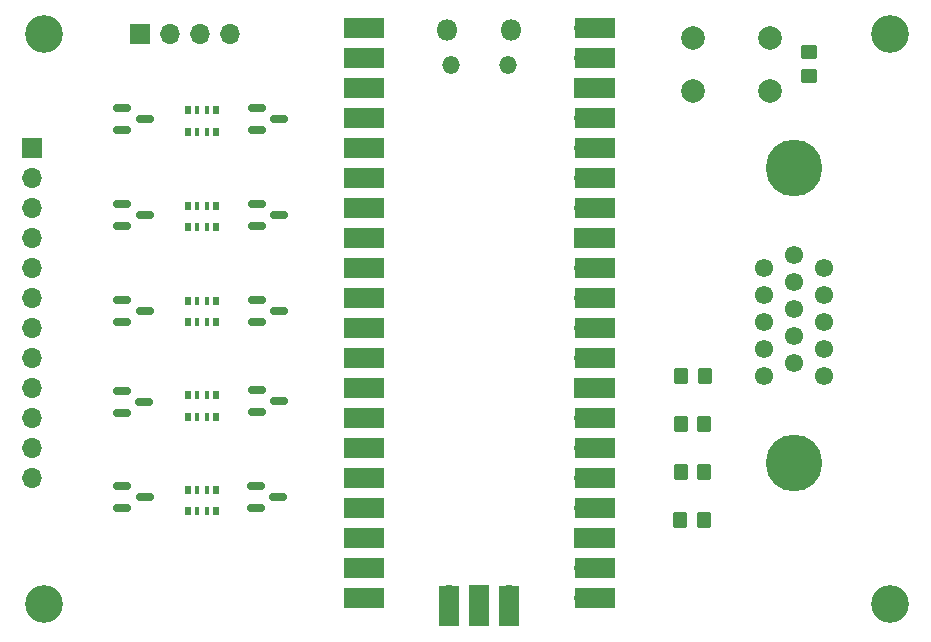
<source format=gbr>
%TF.GenerationSoftware,KiCad,Pcbnew,8.0.2*%
%TF.CreationDate,2025-03-07T16:53:29+01:00*%
%TF.ProjectId,pico-vga-devboard,7069636f-2d76-4676-912d-646576626f61,rev?*%
%TF.SameCoordinates,Original*%
%TF.FileFunction,Soldermask,Top*%
%TF.FilePolarity,Negative*%
%FSLAX46Y46*%
G04 Gerber Fmt 4.6, Leading zero omitted, Abs format (unit mm)*
G04 Created by KiCad (PCBNEW 8.0.2) date 2025-03-07 16:53:29*
%MOMM*%
%LPD*%
G01*
G04 APERTURE LIST*
G04 Aperture macros list*
%AMRoundRect*
0 Rectangle with rounded corners*
0 $1 Rounding radius*
0 $2 $3 $4 $5 $6 $7 $8 $9 X,Y pos of 4 corners*
0 Add a 4 corners polygon primitive as box body*
4,1,4,$2,$3,$4,$5,$6,$7,$8,$9,$2,$3,0*
0 Add four circle primitives for the rounded corners*
1,1,$1+$1,$2,$3*
1,1,$1+$1,$4,$5*
1,1,$1+$1,$6,$7*
1,1,$1+$1,$8,$9*
0 Add four rect primitives between the rounded corners*
20,1,$1+$1,$2,$3,$4,$5,0*
20,1,$1+$1,$4,$5,$6,$7,0*
20,1,$1+$1,$6,$7,$8,$9,0*
20,1,$1+$1,$8,$9,$2,$3,0*%
G04 Aperture macros list end*
%ADD10C,3.200000*%
%ADD11R,0.500000X0.800000*%
%ADD12R,0.400000X0.800000*%
%ADD13RoundRect,0.150000X-0.587500X-0.150000X0.587500X-0.150000X0.587500X0.150000X-0.587500X0.150000X0*%
%ADD14C,1.550000*%
%ADD15C,4.800000*%
%ADD16RoundRect,0.250000X-0.350000X-0.450000X0.350000X-0.450000X0.350000X0.450000X-0.350000X0.450000X0*%
%ADD17O,1.800000X1.800000*%
%ADD18O,1.500000X1.500000*%
%ADD19O,1.700000X1.700000*%
%ADD20R,3.500000X1.700000*%
%ADD21R,1.700000X1.700000*%
%ADD22R,1.700000X3.500000*%
%ADD23RoundRect,0.250000X0.450000X-0.350000X0.450000X0.350000X-0.450000X0.350000X-0.450000X-0.350000X0*%
%ADD24C,2.000000*%
G04 APERTURE END LIST*
D10*
%TO.C,H3*%
X119888000Y-99568000D03*
%TD*%
D11*
%TO.C,RN3*%
X62802500Y-73874000D03*
D12*
X62002500Y-73874000D03*
X61202500Y-73874000D03*
D11*
X60402500Y-73874000D03*
X60402500Y-75674000D03*
D12*
X61202500Y-75674000D03*
X62002500Y-75674000D03*
D11*
X62802500Y-75674000D03*
%TD*%
D13*
%TO.C,Q2*%
X54882500Y-65664000D03*
X54882500Y-67564000D03*
X56757500Y-66614000D03*
%TD*%
D14*
%TO.C,J2*%
X109220000Y-71132000D03*
X109220000Y-73412000D03*
X109220000Y-75692000D03*
X109220000Y-77972000D03*
X109220000Y-80252000D03*
X111760000Y-69992000D03*
X111760000Y-72272000D03*
X111760000Y-74552000D03*
X111760000Y-76832000D03*
X111760000Y-79112000D03*
X114300000Y-71132000D03*
X114300000Y-73412000D03*
X114300000Y-75692000D03*
X114300000Y-77972000D03*
X114300000Y-80252000D03*
D15*
X111760000Y-87622000D03*
X111760000Y-62622000D03*
%TD*%
D16*
%TO.C,R6*%
X102140000Y-88392000D03*
X104140000Y-88392000D03*
%TD*%
D13*
%TO.C,Q1*%
X54882500Y-57536000D03*
X54882500Y-59436000D03*
X56757500Y-58486000D03*
%TD*%
%TO.C,Q10*%
X66215500Y-89540000D03*
X66215500Y-91440000D03*
X68090500Y-90490000D03*
%TD*%
%TO.C,Q3*%
X54882500Y-73792000D03*
X54882500Y-75692000D03*
X56757500Y-74742000D03*
%TD*%
D10*
%TO.C,H2*%
X119888000Y-51308000D03*
%TD*%
D11*
%TO.C,RN4*%
X62802500Y-81894000D03*
D12*
X62002500Y-81894000D03*
X61202500Y-81894000D03*
D11*
X60402500Y-81894000D03*
X60402500Y-83694000D03*
D12*
X61202500Y-83694000D03*
X62002500Y-83694000D03*
D11*
X62802500Y-83694000D03*
%TD*%
%TO.C,RN1*%
X62802500Y-57774000D03*
D12*
X62002500Y-57774000D03*
X61202500Y-57774000D03*
D11*
X60402500Y-57774000D03*
X60402500Y-59574000D03*
D12*
X61202500Y-59574000D03*
X62002500Y-59574000D03*
D11*
X62802500Y-59574000D03*
%TD*%
%TO.C,RN2*%
X62802500Y-65854000D03*
D12*
X62002500Y-65854000D03*
X61202500Y-65854000D03*
D11*
X60402500Y-65854000D03*
X60402500Y-67654000D03*
D12*
X61202500Y-67654000D03*
X62002500Y-67654000D03*
D11*
X62802500Y-67654000D03*
%TD*%
D13*
%TO.C,Q7*%
X66294000Y-65664000D03*
X66294000Y-67564000D03*
X68169000Y-66614000D03*
%TD*%
D16*
%TO.C,R4*%
X102172000Y-80264000D03*
X104172000Y-80264000D03*
%TD*%
D13*
%TO.C,Q6*%
X66294000Y-57536000D03*
X66294000Y-59436000D03*
X68169000Y-58486000D03*
%TD*%
D17*
%TO.C,U1*%
X82365000Y-50930000D03*
D18*
X82665000Y-53960000D03*
X87515000Y-53960000D03*
D17*
X87815000Y-50930000D03*
D19*
X76200000Y-50800000D03*
D20*
X75300000Y-50800000D03*
D19*
X76200000Y-53340000D03*
D20*
X75300000Y-53340000D03*
D21*
X76200000Y-55880000D03*
D20*
X75300000Y-55880000D03*
D19*
X76200000Y-58420000D03*
D20*
X75300000Y-58420000D03*
D19*
X76200000Y-60960000D03*
D20*
X75300000Y-60960000D03*
D19*
X76200000Y-63500000D03*
D20*
X75300000Y-63500000D03*
D19*
X76200000Y-66040000D03*
D20*
X75300000Y-66040000D03*
D21*
X76200000Y-68580000D03*
D20*
X75300000Y-68580000D03*
D19*
X76200000Y-71120000D03*
D20*
X75300000Y-71120000D03*
D19*
X76200000Y-73660000D03*
D20*
X75300000Y-73660000D03*
D19*
X76200000Y-76200000D03*
D20*
X75300000Y-76200000D03*
D19*
X76200000Y-78740000D03*
D20*
X75300000Y-78740000D03*
D21*
X76200000Y-81280000D03*
D20*
X75300000Y-81280000D03*
D19*
X76200000Y-83820000D03*
D20*
X75300000Y-83820000D03*
D19*
X76200000Y-86360000D03*
D20*
X75300000Y-86360000D03*
D19*
X76200000Y-88900000D03*
D20*
X75300000Y-88900000D03*
D19*
X76200000Y-91440000D03*
D20*
X75300000Y-91440000D03*
D21*
X76200000Y-93980000D03*
D20*
X75300000Y-93980000D03*
D19*
X76200000Y-96520000D03*
D20*
X75300000Y-96520000D03*
D19*
X76200000Y-99060000D03*
D20*
X75300000Y-99060000D03*
D19*
X93980000Y-99060000D03*
D20*
X94880000Y-99060000D03*
D19*
X93980000Y-96520000D03*
D20*
X94880000Y-96520000D03*
D21*
X93980000Y-93980000D03*
D20*
X94880000Y-93980000D03*
D19*
X93980000Y-91440000D03*
D20*
X94880000Y-91440000D03*
D19*
X93980000Y-88900000D03*
D20*
X94880000Y-88900000D03*
D19*
X93980000Y-86360000D03*
D20*
X94880000Y-86360000D03*
D19*
X93980000Y-83820000D03*
D20*
X94880000Y-83820000D03*
D21*
X93980000Y-81280000D03*
D20*
X94880000Y-81280000D03*
D19*
X93980000Y-78740000D03*
D20*
X94880000Y-78740000D03*
D19*
X93980000Y-76200000D03*
D20*
X94880000Y-76200000D03*
D19*
X93980000Y-73660000D03*
D20*
X94880000Y-73660000D03*
D19*
X93980000Y-71120000D03*
D20*
X94880000Y-71120000D03*
D21*
X93980000Y-68580000D03*
D20*
X94880000Y-68580000D03*
D19*
X93980000Y-66040000D03*
D20*
X94880000Y-66040000D03*
D19*
X93980000Y-63500000D03*
D20*
X94880000Y-63500000D03*
D19*
X93980000Y-60960000D03*
D20*
X94880000Y-60960000D03*
D19*
X93980000Y-58420000D03*
D20*
X94880000Y-58420000D03*
D21*
X93980000Y-55880000D03*
D20*
X94880000Y-55880000D03*
D19*
X93980000Y-53340000D03*
D20*
X94880000Y-53340000D03*
D19*
X93980000Y-50800000D03*
D20*
X94880000Y-50800000D03*
D19*
X82550000Y-98830000D03*
D22*
X82550000Y-99730000D03*
D21*
X85090000Y-98830000D03*
D22*
X85090000Y-99730000D03*
D19*
X87630000Y-98830000D03*
D22*
X87630000Y-99730000D03*
%TD*%
D13*
%TO.C,Q8*%
X66294000Y-73792000D03*
X66294000Y-75692000D03*
X68169000Y-74742000D03*
%TD*%
D11*
%TO.C,RN5*%
X62802500Y-89914000D03*
D12*
X62002500Y-89914000D03*
X61202500Y-89914000D03*
D11*
X60402500Y-89914000D03*
X60402500Y-91714000D03*
D12*
X61202500Y-91714000D03*
X62002500Y-91714000D03*
D11*
X62802500Y-91714000D03*
%TD*%
D23*
%TO.C,R3*%
X113014000Y-54832000D03*
X113014000Y-52832000D03*
%TD*%
D10*
%TO.C,H4*%
X48260000Y-99568000D03*
%TD*%
D13*
%TO.C,Q9*%
X66294000Y-81412000D03*
X66294000Y-83312000D03*
X68169000Y-82362000D03*
%TD*%
D21*
%TO.C,J3*%
X56388000Y-51308000D03*
D19*
X58928000Y-51308000D03*
X61468000Y-51308000D03*
X64008000Y-51308000D03*
%TD*%
D13*
%TO.C,Q4*%
X54804000Y-81526000D03*
X54804000Y-83426000D03*
X56679000Y-82476000D03*
%TD*%
D24*
%TO.C,SW1*%
X103176000Y-51598000D03*
X109676000Y-51598000D03*
X103176000Y-56098000D03*
X109676000Y-56098000D03*
%TD*%
D13*
%TO.C,Q5*%
X54882500Y-89527000D03*
X54882500Y-91427000D03*
X56757500Y-90477000D03*
%TD*%
D16*
%TO.C,R7*%
X102108000Y-92456000D03*
X104108000Y-92456000D03*
%TD*%
%TO.C,R5*%
X102140000Y-84328000D03*
X104140000Y-84328000D03*
%TD*%
D21*
%TO.C,J1*%
X47244000Y-60960000D03*
D19*
X47244000Y-63500000D03*
X47244000Y-66040000D03*
X47244000Y-68580000D03*
X47244000Y-71120000D03*
X47244000Y-73660000D03*
X47244000Y-76200000D03*
X47244000Y-78740000D03*
X47244000Y-81280000D03*
X47244000Y-83820000D03*
X47244000Y-86360000D03*
X47244000Y-88900000D03*
%TD*%
D10*
%TO.C,H1*%
X48260000Y-51308000D03*
%TD*%
M02*

</source>
